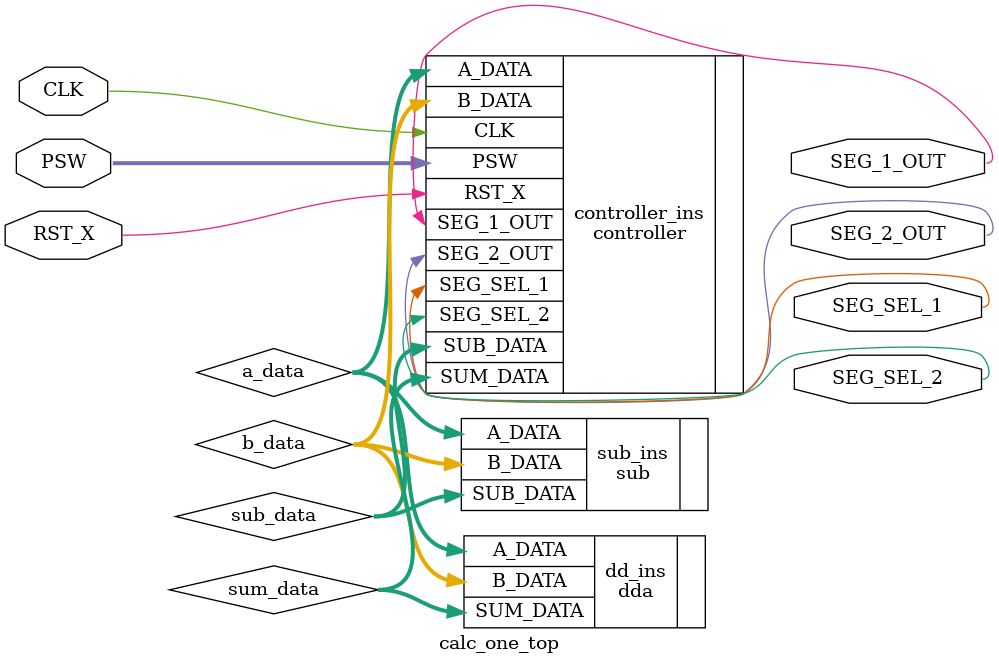
<source format=v>
module calc_one_top(CLK, RST_X, PSW, SEG_1_OUT, SEG_SEL_1, SEG_2_OUT, SEG_SEL_2);
    input CLK;
    input RST_X;
    input [13:0] PSW;
    output SEG_1_OUT;
    output SEG_SEL_1;
    output SEG_2_OUT;
    output SEG_SEL_2;

    wire [3:0] a_data;
    wire [3:0] b_data;
    wire [5:0] sum_data;
    wire [5:0] sub_data;

    controller controller_ins( .CLK(CLK), .RST_X(RST_X), .PSW(PSW), .SUM_DATA(sum_data), .SUB_DATA(sub_data), .A_DATA(a_data), .B_DATA(b_data), .SEG_1_OUT(SEG_1_OUT), .SEG_SEL_1(SEG_SEL_1), .SEG_2_OUT(SEG_2_OUT), .SEG_SEL_2(SEG_SEL_2));
    dda dd_ins(.A_DATA(a_data), .B_DATA(b_data), .SUM_DATA(sum_data));
    sub sub_ins(.A_DATA(a_data), .B_DATA(b_data), .SUB_DATA(sub_data));      

endmodule
</source>
